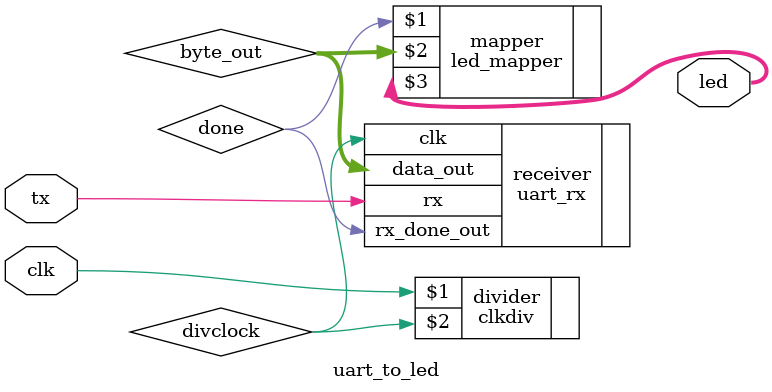
<source format=sv>
`timescale 100ns / 10ns

/*
 * uart_to_led - Small UART test module that connects a 9600-baud UART receiver
 * to the Arty A7 FPGA board's LED array.
 * Send it a byte via UART to make it display the values on the eight LEDs.
 */
module uart_to_led(
    input clk,
    input tx,
    output [7:0] led
    );

    wire divclock;
    wire done;
    wire [7:0] byte_out;

    clkdiv divider(clk, divclock);

    uart_rx receiver(.clk(divclock),
                     .rx(tx),
                     .rx_done_out(done),
                     .data_out(byte_out));

    led_mapper mapper(done, byte_out, led);

endmodule

</source>
